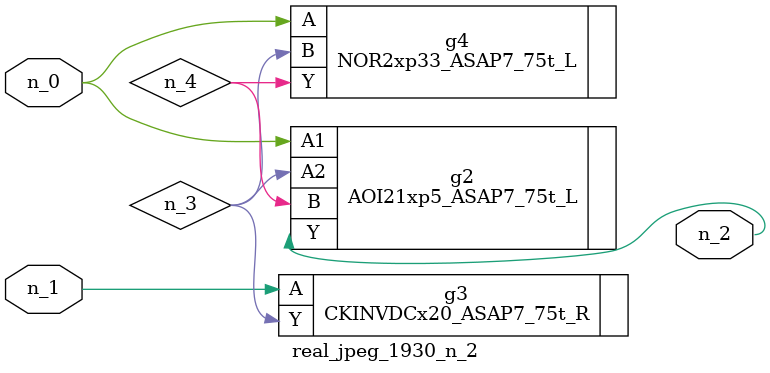
<source format=v>
module real_jpeg_1930_n_2 (n_1, n_0, n_2);

input n_1;
input n_0;

output n_2;

wire n_4;
wire n_3;

AOI21xp5_ASAP7_75t_L g2 ( 
.A1(n_0),
.A2(n_3),
.B(n_4),
.Y(n_2)
);

NOR2xp33_ASAP7_75t_L g4 ( 
.A(n_0),
.B(n_3),
.Y(n_4)
);

CKINVDCx20_ASAP7_75t_R g3 ( 
.A(n_1),
.Y(n_3)
);


endmodule
</source>
